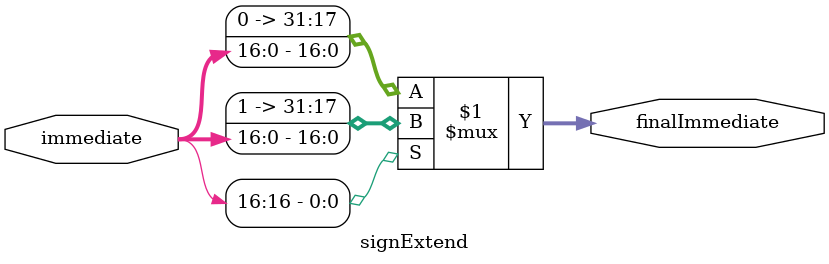
<source format=v>
module signExtend(finalImmediate, immediate);

	input [16:0] immediate;
	output [31:0] finalImmediate;
	
	assign finalImmediate = immediate[16]? {15'b111111111111111, immediate} : {15'b000000000000000, immediate};
	
endmodule

</source>
